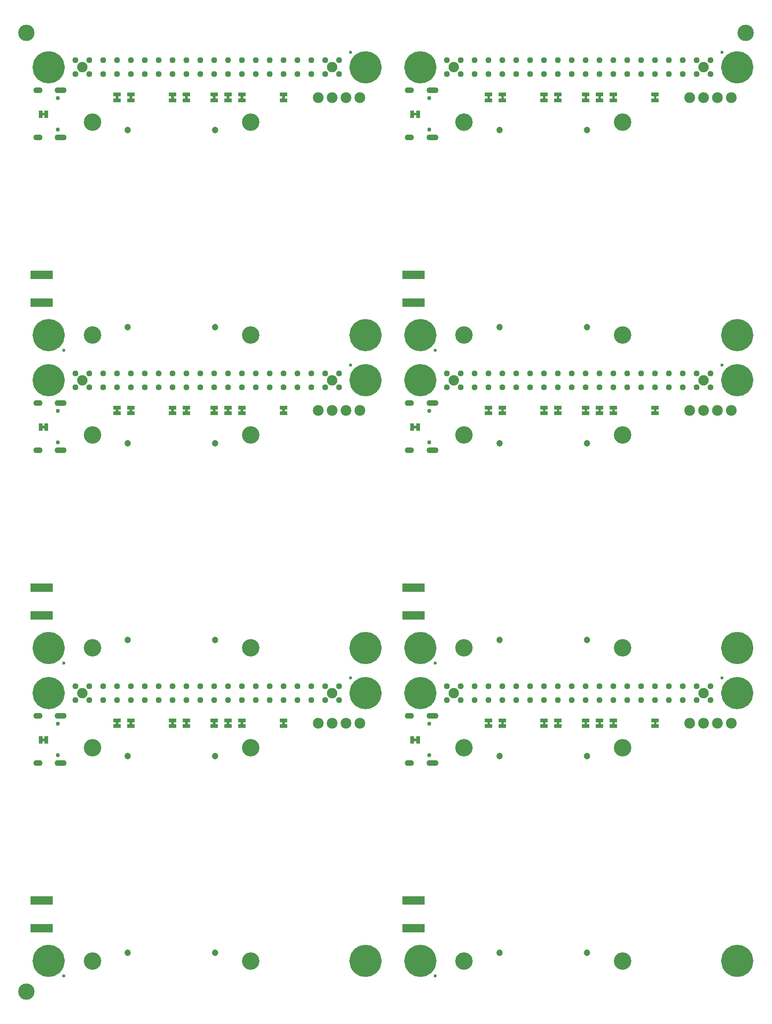
<source format=gbs>
%TF.GenerationSoftware,KiCad,Pcbnew,8.0.7*%
%TF.CreationDate,2025-01-21T13:01:44+00:00*%
%TF.ProjectId,SparkFun_GNSS_HAT+_panelized,53706172-6b46-4756-9e5f-474e53535f48,v10*%
%TF.SameCoordinates,Original*%
%TF.FileFunction,Soldermask,Bot*%
%TF.FilePolarity,Negative*%
%FSLAX46Y46*%
G04 Gerber Fmt 4.6, Leading zero omitted, Abs format (unit mm)*
G04 Created by KiCad (PCBNEW 8.0.7) date 2025-01-21 13:01:44*
%MOMM*%
%LPD*%
G01*
G04 APERTURE LIST*
G04 Aperture macros list*
%AMRoundRect*
0 Rectangle with rounded corners*
0 $1 Rounding radius*
0 $2 $3 $4 $5 $6 $7 $8 $9 X,Y pos of 4 corners*
0 Add a 4 corners polygon primitive as box body*
4,1,4,$2,$3,$4,$5,$6,$7,$8,$9,$2,$3,0*
0 Add four circle primitives for the rounded corners*
1,1,$1+$1,$2,$3*
1,1,$1+$1,$4,$5*
1,1,$1+$1,$6,$7*
1,1,$1+$1,$8,$9*
0 Add four rect primitives between the rounded corners*
20,1,$1+$1,$2,$3,$4,$5,0*
20,1,$1+$1,$4,$5,$6,$7,0*
20,1,$1+$1,$6,$7,$8,$9,0*
20,1,$1+$1,$8,$9,$2,$3,0*%
G04 Aperture macros list end*
%ADD10C,2.950000*%
%ADD11C,0.000000*%
%ADD12C,1.200000*%
%ADD13C,2.850000*%
%ADD14C,3.200000*%
%ADD15RoundRect,0.050000X2.000000X-0.750000X2.000000X0.750000X-2.000000X0.750000X-2.000000X-0.750000X0*%
%ADD16C,1.979600*%
%ADD17C,1.120000*%
%ADD18C,1.900000*%
%ADD19C,0.750000*%
%ADD20O,1.700000X1.100000*%
%ADD21O,2.200000X1.100000*%
%ADD22RoundRect,0.050000X0.635000X-0.330200X0.635000X0.330200X-0.635000X0.330200X-0.635000X-0.330200X0*%
%ADD23C,0.600000*%
%ADD24RoundRect,0.050000X-0.635000X0.330200X-0.635000X-0.330200X0.635000X-0.330200X0.635000X0.330200X0*%
%ADD25C,3.000000*%
%ADD26RoundRect,0.050000X0.330200X0.635000X-0.330200X0.635000X-0.330200X-0.635000X0.330200X-0.635000X0*%
G04 APERTURE END LIST*
%TO.C,ST6*%
D10*
X4975000Y60750000D02*
G75*
G02*
X2025000Y60750000I-1475000J0D01*
G01*
X2025000Y60750000D02*
G75*
G02*
X4975000Y60750000I1475000J0D01*
G01*
X4975000Y118000000D02*
G75*
G02*
X2025000Y118000000I-1475000J0D01*
G01*
X2025000Y118000000D02*
G75*
G02*
X4975000Y118000000I1475000J0D01*
G01*
X73015000Y118000000D02*
G75*
G02*
X70065000Y118000000I-1475000J0D01*
G01*
X70065000Y118000000D02*
G75*
G02*
X73015000Y118000000I1475000J0D01*
G01*
X73015000Y3500000D02*
G75*
G02*
X70065000Y3500000I-1475000J0D01*
G01*
X70065000Y3500000D02*
G75*
G02*
X73015000Y3500000I1475000J0D01*
G01*
X73015000Y60750000D02*
G75*
G02*
X70065000Y60750000I-1475000J0D01*
G01*
X70065000Y60750000D02*
G75*
G02*
X73015000Y60750000I1475000J0D01*
G01*
X4975000Y3500000D02*
G75*
G02*
X2025000Y3500000I-1475000J0D01*
G01*
X2025000Y3500000D02*
G75*
G02*
X4975000Y3500000I1475000J0D01*
G01*
%TO.C,ST5*%
X73015000Y52500000D02*
G75*
G02*
X70065000Y52500000I-1475000J0D01*
G01*
X70065000Y52500000D02*
G75*
G02*
X73015000Y52500000I1475000J0D01*
G01*
X4975000Y109750000D02*
G75*
G02*
X2025000Y109750000I-1475000J0D01*
G01*
X2025000Y109750000D02*
G75*
G02*
X4975000Y109750000I1475000J0D01*
G01*
X4975000Y167000000D02*
G75*
G02*
X2025000Y167000000I-1475000J0D01*
G01*
X2025000Y167000000D02*
G75*
G02*
X4975000Y167000000I1475000J0D01*
G01*
X73015000Y167000000D02*
G75*
G02*
X70065000Y167000000I-1475000J0D01*
G01*
X70065000Y167000000D02*
G75*
G02*
X73015000Y167000000I1475000J0D01*
G01*
X73015000Y109750000D02*
G75*
G02*
X70065000Y109750000I-1475000J0D01*
G01*
X70065000Y109750000D02*
G75*
G02*
X73015000Y109750000I1475000J0D01*
G01*
X4975000Y52500000D02*
G75*
G02*
X2025000Y52500000I-1475000J0D01*
G01*
X2025000Y52500000D02*
G75*
G02*
X4975000Y52500000I1475000J0D01*
G01*
%TO.C,ST7*%
X62975000Y60750000D02*
G75*
G02*
X60025000Y60750000I-1475000J0D01*
G01*
X60025000Y60750000D02*
G75*
G02*
X62975000Y60750000I1475000J0D01*
G01*
X62975000Y118000000D02*
G75*
G02*
X60025000Y118000000I-1475000J0D01*
G01*
X60025000Y118000000D02*
G75*
G02*
X62975000Y118000000I1475000J0D01*
G01*
X131015000Y3500000D02*
G75*
G02*
X128065000Y3500000I-1475000J0D01*
G01*
X128065000Y3500000D02*
G75*
G02*
X131015000Y3500000I1475000J0D01*
G01*
X131015000Y60750000D02*
G75*
G02*
X128065000Y60750000I-1475000J0D01*
G01*
X128065000Y60750000D02*
G75*
G02*
X131015000Y60750000I1475000J0D01*
G01*
X131015000Y118000000D02*
G75*
G02*
X128065000Y118000000I-1475000J0D01*
G01*
X128065000Y118000000D02*
G75*
G02*
X131015000Y118000000I1475000J0D01*
G01*
X62975000Y3500000D02*
G75*
G02*
X60025000Y3500000I-1475000J0D01*
G01*
X60025000Y3500000D02*
G75*
G02*
X62975000Y3500000I1475000J0D01*
G01*
%TO.C,ST8*%
X131015000Y52500000D02*
G75*
G02*
X128065000Y52500000I-1475000J0D01*
G01*
X128065000Y52500000D02*
G75*
G02*
X131015000Y52500000I1475000J0D01*
G01*
X131015000Y109750000D02*
G75*
G02*
X128065000Y109750000I-1475000J0D01*
G01*
X128065000Y109750000D02*
G75*
G02*
X131015000Y109750000I1475000J0D01*
G01*
X62975000Y167000000D02*
G75*
G02*
X60025000Y167000000I-1475000J0D01*
G01*
X60025000Y167000000D02*
G75*
G02*
X62975000Y167000000I1475000J0D01*
G01*
X131015000Y167000000D02*
G75*
G02*
X128065000Y167000000I-1475000J0D01*
G01*
X128065000Y167000000D02*
G75*
G02*
X131015000Y167000000I1475000J0D01*
G01*
X62975000Y109750000D02*
G75*
G02*
X60025000Y109750000I-1475000J0D01*
G01*
X60025000Y109750000D02*
G75*
G02*
X62975000Y109750000I1475000J0D01*
G01*
X62975000Y52500000D02*
G75*
G02*
X60025000Y52500000I-1475000J0D01*
G01*
X60025000Y52500000D02*
G75*
G02*
X62975000Y52500000I1475000J0D01*
G01*
D11*
%TO.C,JP5*%
G36*
X18782500Y103986000D02*
G01*
X18301500Y103986000D01*
X18301500Y104494000D01*
X18782500Y104494000D01*
X18782500Y103986000D01*
G37*
G36*
X86822500Y46736000D02*
G01*
X86341500Y46736000D01*
X86341500Y47244000D01*
X86822500Y47244000D01*
X86822500Y46736000D01*
G37*
G36*
X86822500Y103986000D02*
G01*
X86341500Y103986000D01*
X86341500Y104494000D01*
X86822500Y104494000D01*
X86822500Y103986000D01*
G37*
G36*
X18782500Y161236000D02*
G01*
X18301500Y161236000D01*
X18301500Y161744000D01*
X18782500Y161744000D01*
X18782500Y161236000D01*
G37*
G36*
X86822500Y161236000D02*
G01*
X86341500Y161236000D01*
X86341500Y161744000D01*
X86822500Y161744000D01*
X86822500Y161236000D01*
G37*
G36*
X18782500Y46736000D02*
G01*
X18301500Y46736000D01*
X18301500Y47244000D01*
X18782500Y47244000D01*
X18782500Y46736000D01*
G37*
%TO.C,JP4*%
G36*
X84282500Y103986000D02*
G01*
X83801500Y103986000D01*
X83801500Y104494000D01*
X84282500Y104494000D01*
X84282500Y103986000D01*
G37*
G36*
X16242500Y161236000D02*
G01*
X15761500Y161236000D01*
X15761500Y161744000D01*
X16242500Y161744000D01*
X16242500Y161236000D01*
G37*
G36*
X84282500Y161236000D02*
G01*
X83801500Y161236000D01*
X83801500Y161744000D01*
X84282500Y161744000D01*
X84282500Y161236000D01*
G37*
G36*
X16242500Y103986000D02*
G01*
X15761500Y103986000D01*
X15761500Y104494000D01*
X16242500Y104494000D01*
X16242500Y103986000D01*
G37*
G36*
X84282500Y46736000D02*
G01*
X83801500Y46736000D01*
X83801500Y47244000D01*
X84282500Y47244000D01*
X84282500Y46736000D01*
G37*
G36*
X16242500Y46736000D02*
G01*
X15761500Y46736000D01*
X15761500Y47244000D01*
X16242500Y47244000D01*
X16242500Y46736000D01*
G37*
%TO.C,JP9*%
G36*
X34022500Y161236000D02*
G01*
X33541500Y161236000D01*
X33541500Y161744000D01*
X34022500Y161744000D01*
X34022500Y161236000D01*
G37*
G36*
X34022500Y103986000D02*
G01*
X33541500Y103986000D01*
X33541500Y104494000D01*
X34022500Y104494000D01*
X34022500Y103986000D01*
G37*
G36*
X102062500Y46736000D02*
G01*
X101581500Y46736000D01*
X101581500Y47244000D01*
X102062500Y47244000D01*
X102062500Y46736000D01*
G37*
G36*
X102062500Y103986000D02*
G01*
X101581500Y103986000D01*
X101581500Y104494000D01*
X102062500Y104494000D01*
X102062500Y103986000D01*
G37*
G36*
X102062500Y161236000D02*
G01*
X101581500Y161236000D01*
X101581500Y161744000D01*
X102062500Y161744000D01*
X102062500Y161236000D01*
G37*
G36*
X34022500Y46736000D02*
G01*
X33541500Y46736000D01*
X33541500Y47244000D01*
X34022500Y47244000D01*
X34022500Y46736000D01*
G37*
%TO.C,JP7*%
G36*
X94442500Y46736000D02*
G01*
X93961500Y46736000D01*
X93961500Y47244000D01*
X94442500Y47244000D01*
X94442500Y46736000D01*
G37*
G36*
X26402500Y103986000D02*
G01*
X25921500Y103986000D01*
X25921500Y104494000D01*
X26402500Y104494000D01*
X26402500Y103986000D01*
G37*
G36*
X26402500Y161236000D02*
G01*
X25921500Y161236000D01*
X25921500Y161744000D01*
X26402500Y161744000D01*
X26402500Y161236000D01*
G37*
G36*
X94442500Y103986000D02*
G01*
X93961500Y103986000D01*
X93961500Y104494000D01*
X94442500Y104494000D01*
X94442500Y103986000D01*
G37*
G36*
X94442500Y161236000D02*
G01*
X93961500Y161236000D01*
X93961500Y161744000D01*
X94442500Y161744000D01*
X94442500Y161236000D01*
G37*
G36*
X26402500Y46736000D02*
G01*
X25921500Y46736000D01*
X25921500Y47244000D01*
X26402500Y47244000D01*
X26402500Y46736000D01*
G37*
%TO.C,JP18*%
G36*
X46722500Y103986000D02*
G01*
X46241500Y103986000D01*
X46241500Y104494000D01*
X46722500Y104494000D01*
X46722500Y103986000D01*
G37*
G36*
X114762500Y46736000D02*
G01*
X114281500Y46736000D01*
X114281500Y47244000D01*
X114762500Y47244000D01*
X114762500Y46736000D01*
G37*
G36*
X114762500Y161236000D02*
G01*
X114281500Y161236000D01*
X114281500Y161744000D01*
X114762500Y161744000D01*
X114762500Y161236000D01*
G37*
G36*
X46722500Y161236000D02*
G01*
X46241500Y161236000D01*
X46241500Y161744000D01*
X46722500Y161744000D01*
X46722500Y161236000D01*
G37*
G36*
X114762500Y103986000D02*
G01*
X114281500Y103986000D01*
X114281500Y104494000D01*
X114762500Y104494000D01*
X114762500Y103986000D01*
G37*
G36*
X46722500Y46736000D02*
G01*
X46241500Y46736000D01*
X46241500Y47244000D01*
X46722500Y47244000D01*
X46722500Y46736000D01*
G37*
%TO.C,JP3*%
G36*
X2794000Y43701500D02*
G01*
X2286000Y43701500D01*
X2286000Y44182500D01*
X2794000Y44182500D01*
X2794000Y43701500D01*
G37*
G36*
X2794000Y158201500D02*
G01*
X2286000Y158201500D01*
X2286000Y158682500D01*
X2794000Y158682500D01*
X2794000Y158201500D01*
G37*
G36*
X2794000Y100951500D02*
G01*
X2286000Y100951500D01*
X2286000Y101432500D01*
X2794000Y101432500D01*
X2794000Y100951500D01*
G37*
G36*
X70834000Y43701500D02*
G01*
X70326000Y43701500D01*
X70326000Y44182500D01*
X70834000Y44182500D01*
X70834000Y43701500D01*
G37*
G36*
X70834000Y100951500D02*
G01*
X70326000Y100951500D01*
X70326000Y101432500D01*
X70834000Y101432500D01*
X70834000Y100951500D01*
G37*
G36*
X70834000Y158201500D02*
G01*
X70326000Y158201500D01*
X70326000Y158682500D01*
X70834000Y158682500D01*
X70834000Y158201500D01*
G37*
%TO.C,JP8*%
G36*
X28942500Y46736000D02*
G01*
X28461500Y46736000D01*
X28461500Y47244000D01*
X28942500Y47244000D01*
X28942500Y46736000D01*
G37*
G36*
X96982500Y103986000D02*
G01*
X96501500Y103986000D01*
X96501500Y104494000D01*
X96982500Y104494000D01*
X96982500Y103986000D01*
G37*
G36*
X96982500Y46736000D02*
G01*
X96501500Y46736000D01*
X96501500Y47244000D01*
X96982500Y47244000D01*
X96982500Y46736000D01*
G37*
G36*
X28942500Y103986000D02*
G01*
X28461500Y103986000D01*
X28461500Y104494000D01*
X28942500Y104494000D01*
X28942500Y103986000D01*
G37*
G36*
X28942500Y161236000D02*
G01*
X28461500Y161236000D01*
X28461500Y161744000D01*
X28942500Y161744000D01*
X28942500Y161236000D01*
G37*
G36*
X96982500Y161236000D02*
G01*
X96501500Y161236000D01*
X96501500Y161744000D01*
X96982500Y161744000D01*
X96982500Y161236000D01*
G37*
%TO.C,JP13*%
G36*
X39102500Y46736000D02*
G01*
X38621500Y46736000D01*
X38621500Y47244000D01*
X39102500Y47244000D01*
X39102500Y46736000D01*
G37*
G36*
X39102500Y103986000D02*
G01*
X38621500Y103986000D01*
X38621500Y104494000D01*
X39102500Y104494000D01*
X39102500Y103986000D01*
G37*
G36*
X39102500Y161236000D02*
G01*
X38621500Y161236000D01*
X38621500Y161744000D01*
X39102500Y161744000D01*
X39102500Y161236000D01*
G37*
G36*
X107142500Y46736000D02*
G01*
X106661500Y46736000D01*
X106661500Y47244000D01*
X107142500Y47244000D01*
X107142500Y46736000D01*
G37*
G36*
X107142500Y161236000D02*
G01*
X106661500Y161236000D01*
X106661500Y161744000D01*
X107142500Y161744000D01*
X107142500Y161236000D01*
G37*
G36*
X107142500Y103986000D02*
G01*
X106661500Y103986000D01*
X106661500Y104494000D01*
X107142500Y104494000D01*
X107142500Y103986000D01*
G37*
%TO.C,JP14*%
G36*
X36562500Y46736000D02*
G01*
X36081500Y46736000D01*
X36081500Y47244000D01*
X36562500Y47244000D01*
X36562500Y46736000D01*
G37*
G36*
X104602500Y103986000D02*
G01*
X104121500Y103986000D01*
X104121500Y104494000D01*
X104602500Y104494000D01*
X104602500Y103986000D01*
G37*
G36*
X104602500Y46736000D02*
G01*
X104121500Y46736000D01*
X104121500Y47244000D01*
X104602500Y47244000D01*
X104602500Y46736000D01*
G37*
G36*
X36562500Y103986000D02*
G01*
X36081500Y103986000D01*
X36081500Y104494000D01*
X36562500Y104494000D01*
X36562500Y103986000D01*
G37*
G36*
X36562500Y161236000D02*
G01*
X36081500Y161236000D01*
X36081500Y161744000D01*
X36562500Y161744000D01*
X36562500Y161236000D01*
G37*
G36*
X104602500Y161236000D02*
G01*
X104121500Y161236000D01*
X104121500Y161744000D01*
X104602500Y161744000D01*
X104602500Y161236000D01*
G37*
%TD*%
D12*
%TO.C,J4*%
X18000000Y98250000D03*
X34000000Y98250000D03*
%TD*%
%TO.C,J4*%
X86040000Y98250000D03*
X102040000Y98250000D03*
%TD*%
%TO.C,J4*%
X18000000Y155500000D03*
X34000000Y155500000D03*
%TD*%
%TO.C,J4*%
X86040000Y155500000D03*
X102040000Y155500000D03*
%TD*%
%TO.C,J4*%
X86040000Y41000000D03*
X102040000Y41000000D03*
%TD*%
%TO.C,J4*%
X18000000Y41000000D03*
X34000000Y41000000D03*
%TD*%
D13*
%TO.C,ST6*%
X3500000Y60750000D03*
%TD*%
%TO.C,ST6*%
X3500000Y118000000D03*
%TD*%
%TO.C,ST6*%
X71540000Y118000000D03*
%TD*%
%TO.C,ST6*%
X71540000Y3500000D03*
%TD*%
%TO.C,ST6*%
X71540000Y60750000D03*
%TD*%
%TO.C,ST6*%
X3500000Y3500000D03*
%TD*%
D14*
%TO.C,ST2*%
X108540000Y42500000D03*
%TD*%
%TO.C,ST2*%
X40500000Y157000000D03*
%TD*%
%TO.C,ST2*%
X40500000Y99750000D03*
%TD*%
%TO.C,ST2*%
X108540000Y157000000D03*
%TD*%
%TO.C,ST2*%
X108540000Y99750000D03*
%TD*%
%TO.C,ST2*%
X40500000Y42500000D03*
%TD*%
D15*
%TO.C,J7*%
X70294000Y123960000D03*
X70294000Y129040000D03*
%TD*%
%TO.C,J7*%
X70294000Y66710000D03*
X70294000Y71790000D03*
%TD*%
%TO.C,J7*%
X2254000Y66710000D03*
X2254000Y71790000D03*
%TD*%
%TO.C,J7*%
X2254000Y123960000D03*
X2254000Y129040000D03*
%TD*%
%TO.C,J7*%
X70294000Y9460000D03*
X70294000Y14540000D03*
%TD*%
%TO.C,J7*%
X2254000Y9460000D03*
X2254000Y14540000D03*
%TD*%
D16*
%TO.C,RST.1*%
X120872000Y104240000D03*
%TD*%
%TO.C,RST.1*%
X52832000Y104240000D03*
%TD*%
%TO.C,RST.1*%
X52832000Y161490000D03*
%TD*%
%TO.C,RST.1*%
X120872000Y46990000D03*
%TD*%
%TO.C,RST.1*%
X120872000Y161490000D03*
%TD*%
%TO.C,RST.1*%
X52832000Y46990000D03*
%TD*%
%TO.C,GND.1*%
X60452000Y161490000D03*
%TD*%
%TO.C,GND.1*%
X60452000Y104240000D03*
%TD*%
%TO.C,GND.1*%
X128492000Y161490000D03*
%TD*%
%TO.C,GND.1*%
X128492000Y46990000D03*
%TD*%
%TO.C,GND.1*%
X128492000Y104240000D03*
%TD*%
%TO.C,GND.1*%
X60452000Y46990000D03*
%TD*%
D13*
%TO.C,ST5*%
X71540000Y52500000D03*
%TD*%
%TO.C,ST5*%
X3500000Y109750000D03*
%TD*%
%TO.C,ST5*%
X3500000Y167000000D03*
%TD*%
%TO.C,ST5*%
X71540000Y167000000D03*
%TD*%
%TO.C,ST5*%
X71540000Y109750000D03*
%TD*%
%TO.C,ST5*%
X3500000Y52500000D03*
%TD*%
D16*
%TO.C,WP.1*%
X55372000Y161490000D03*
%TD*%
%TO.C,WP.1*%
X123412000Y161490000D03*
%TD*%
%TO.C,WP.1*%
X55372000Y104240000D03*
%TD*%
%TO.C,WP.1*%
X123412000Y46990000D03*
%TD*%
%TO.C,WP.1*%
X123412000Y104240000D03*
%TD*%
%TO.C,WP.1*%
X55372000Y46990000D03*
%TD*%
D17*
%TO.C,J1*%
X76410000Y165730000D03*
X78950000Y165730000D03*
X81490000Y165730000D03*
X84030000Y165730000D03*
X86570000Y165730000D03*
X89110000Y165730000D03*
X91650000Y165730000D03*
X94190000Y165730000D03*
X96730000Y165730000D03*
X99270000Y165730000D03*
X101810000Y165730000D03*
X104350000Y165730000D03*
X106890000Y165730000D03*
X109430000Y165730000D03*
X111970000Y165730000D03*
X114510000Y165730000D03*
X117050000Y165730000D03*
X119590000Y165730000D03*
X122130000Y165730000D03*
X124670000Y165730000D03*
D18*
X77680000Y167000000D03*
X123400000Y167000000D03*
D17*
X76410000Y168270000D03*
X78950000Y168270000D03*
X81490000Y168270000D03*
X84030000Y168270000D03*
X86570000Y168270000D03*
X89110000Y168270000D03*
X91650000Y168270000D03*
X94190000Y168270000D03*
X96730000Y168270000D03*
X99270000Y168270000D03*
X101810000Y168270000D03*
X104350000Y168270000D03*
X106890000Y168270000D03*
X109430000Y168270000D03*
X111970000Y168270000D03*
X114510000Y168270000D03*
X117050000Y168270000D03*
X119590000Y168270000D03*
X122130000Y168270000D03*
X124670000Y168270000D03*
%TD*%
%TO.C,J1*%
X76410000Y51230000D03*
X78950000Y51230000D03*
X81490000Y51230000D03*
X84030000Y51230000D03*
X86570000Y51230000D03*
X89110000Y51230000D03*
X91650000Y51230000D03*
X94190000Y51230000D03*
X96730000Y51230000D03*
X99270000Y51230000D03*
X101810000Y51230000D03*
X104350000Y51230000D03*
X106890000Y51230000D03*
X109430000Y51230000D03*
X111970000Y51230000D03*
X114510000Y51230000D03*
X117050000Y51230000D03*
X119590000Y51230000D03*
X122130000Y51230000D03*
X124670000Y51230000D03*
D18*
X77680000Y52500000D03*
X123400000Y52500000D03*
D17*
X76410000Y53770000D03*
X78950000Y53770000D03*
X81490000Y53770000D03*
X84030000Y53770000D03*
X86570000Y53770000D03*
X89110000Y53770000D03*
X91650000Y53770000D03*
X94190000Y53770000D03*
X96730000Y53770000D03*
X99270000Y53770000D03*
X101810000Y53770000D03*
X104350000Y53770000D03*
X106890000Y53770000D03*
X109430000Y53770000D03*
X111970000Y53770000D03*
X114510000Y53770000D03*
X117050000Y53770000D03*
X119590000Y53770000D03*
X122130000Y53770000D03*
X124670000Y53770000D03*
%TD*%
%TO.C,J1*%
X76410000Y108480000D03*
X78950000Y108480000D03*
X81490000Y108480000D03*
X84030000Y108480000D03*
X86570000Y108480000D03*
X89110000Y108480000D03*
X91650000Y108480000D03*
X94190000Y108480000D03*
X96730000Y108480000D03*
X99270000Y108480000D03*
X101810000Y108480000D03*
X104350000Y108480000D03*
X106890000Y108480000D03*
X109430000Y108480000D03*
X111970000Y108480000D03*
X114510000Y108480000D03*
X117050000Y108480000D03*
X119590000Y108480000D03*
X122130000Y108480000D03*
X124670000Y108480000D03*
D18*
X77680000Y109750000D03*
X123400000Y109750000D03*
D17*
X76410000Y111020000D03*
X78950000Y111020000D03*
X81490000Y111020000D03*
X84030000Y111020000D03*
X86570000Y111020000D03*
X89110000Y111020000D03*
X91650000Y111020000D03*
X94190000Y111020000D03*
X96730000Y111020000D03*
X99270000Y111020000D03*
X101810000Y111020000D03*
X104350000Y111020000D03*
X106890000Y111020000D03*
X109430000Y111020000D03*
X111970000Y111020000D03*
X114510000Y111020000D03*
X117050000Y111020000D03*
X119590000Y111020000D03*
X122130000Y111020000D03*
X124670000Y111020000D03*
%TD*%
%TO.C,J1*%
X8370000Y165730000D03*
X10910000Y165730000D03*
X13450000Y165730000D03*
X15990000Y165730000D03*
X18530000Y165730000D03*
X21070000Y165730000D03*
X23610000Y165730000D03*
X26150000Y165730000D03*
X28690000Y165730000D03*
X31230000Y165730000D03*
X33770000Y165730000D03*
X36310000Y165730000D03*
X38850000Y165730000D03*
X41390000Y165730000D03*
X43930000Y165730000D03*
X46470000Y165730000D03*
X49010000Y165730000D03*
X51550000Y165730000D03*
X54090000Y165730000D03*
X56630000Y165730000D03*
D18*
X9640000Y167000000D03*
X55360000Y167000000D03*
D17*
X8370000Y168270000D03*
X10910000Y168270000D03*
X13450000Y168270000D03*
X15990000Y168270000D03*
X18530000Y168270000D03*
X21070000Y168270000D03*
X23610000Y168270000D03*
X26150000Y168270000D03*
X28690000Y168270000D03*
X31230000Y168270000D03*
X33770000Y168270000D03*
X36310000Y168270000D03*
X38850000Y168270000D03*
X41390000Y168270000D03*
X43930000Y168270000D03*
X46470000Y168270000D03*
X49010000Y168270000D03*
X51550000Y168270000D03*
X54090000Y168270000D03*
X56630000Y168270000D03*
%TD*%
%TO.C,J1*%
X8370000Y108480000D03*
X10910000Y108480000D03*
X13450000Y108480000D03*
X15990000Y108480000D03*
X18530000Y108480000D03*
X21070000Y108480000D03*
X23610000Y108480000D03*
X26150000Y108480000D03*
X28690000Y108480000D03*
X31230000Y108480000D03*
X33770000Y108480000D03*
X36310000Y108480000D03*
X38850000Y108480000D03*
X41390000Y108480000D03*
X43930000Y108480000D03*
X46470000Y108480000D03*
X49010000Y108480000D03*
X51550000Y108480000D03*
X54090000Y108480000D03*
X56630000Y108480000D03*
D18*
X9640000Y109750000D03*
X55360000Y109750000D03*
D17*
X8370000Y111020000D03*
X10910000Y111020000D03*
X13450000Y111020000D03*
X15990000Y111020000D03*
X18530000Y111020000D03*
X21070000Y111020000D03*
X23610000Y111020000D03*
X26150000Y111020000D03*
X28690000Y111020000D03*
X31230000Y111020000D03*
X33770000Y111020000D03*
X36310000Y111020000D03*
X38850000Y111020000D03*
X41390000Y111020000D03*
X43930000Y111020000D03*
X46470000Y111020000D03*
X49010000Y111020000D03*
X51550000Y111020000D03*
X54090000Y111020000D03*
X56630000Y111020000D03*
%TD*%
%TO.C,J1*%
X8370000Y51230000D03*
X10910000Y51230000D03*
X13450000Y51230000D03*
X15990000Y51230000D03*
X18530000Y51230000D03*
X21070000Y51230000D03*
X23610000Y51230000D03*
X26150000Y51230000D03*
X28690000Y51230000D03*
X31230000Y51230000D03*
X33770000Y51230000D03*
X36310000Y51230000D03*
X38850000Y51230000D03*
X41390000Y51230000D03*
X43930000Y51230000D03*
X46470000Y51230000D03*
X49010000Y51230000D03*
X51550000Y51230000D03*
X54090000Y51230000D03*
X56630000Y51230000D03*
D18*
X9640000Y52500000D03*
X55360000Y52500000D03*
D17*
X8370000Y53770000D03*
X10910000Y53770000D03*
X13450000Y53770000D03*
X15990000Y53770000D03*
X18530000Y53770000D03*
X21070000Y53770000D03*
X23610000Y53770000D03*
X26150000Y53770000D03*
X28690000Y53770000D03*
X31230000Y53770000D03*
X33770000Y53770000D03*
X36310000Y53770000D03*
X38850000Y53770000D03*
X41390000Y53770000D03*
X43930000Y53770000D03*
X46470000Y53770000D03*
X49010000Y53770000D03*
X51550000Y53770000D03*
X54090000Y53770000D03*
X56630000Y53770000D03*
%TD*%
D16*
%TO.C,3V3.1*%
X125952000Y104240000D03*
%TD*%
%TO.C,3V3.1*%
X57912000Y161490000D03*
%TD*%
%TO.C,3V3.1*%
X125952000Y46990000D03*
%TD*%
%TO.C,3V3.1*%
X57912000Y104240000D03*
%TD*%
%TO.C,3V3.1*%
X125952000Y161490000D03*
%TD*%
%TO.C,3V3.1*%
X57912000Y46990000D03*
%TD*%
D13*
%TO.C,ST7*%
X61500000Y60750000D03*
%TD*%
%TO.C,ST7*%
X61500000Y118000000D03*
%TD*%
%TO.C,ST7*%
X129540000Y3500000D03*
%TD*%
%TO.C,ST7*%
X129540000Y60750000D03*
%TD*%
%TO.C,ST7*%
X129540000Y118000000D03*
%TD*%
%TO.C,ST7*%
X61500000Y3500000D03*
%TD*%
D14*
%TO.C,ST4*%
X11500000Y60750000D03*
%TD*%
%TO.C,ST4*%
X79540000Y3500000D03*
%TD*%
%TO.C,ST4*%
X79540000Y60750000D03*
%TD*%
%TO.C,ST4*%
X79540000Y118000000D03*
%TD*%
%TO.C,ST4*%
X11500000Y118000000D03*
%TD*%
%TO.C,ST4*%
X11500000Y3500000D03*
%TD*%
%TO.C,ST3*%
X108540000Y118000000D03*
%TD*%
%TO.C,ST3*%
X40500000Y118000000D03*
%TD*%
%TO.C,ST3*%
X108540000Y3500000D03*
%TD*%
%TO.C,ST3*%
X108540000Y60750000D03*
%TD*%
%TO.C,ST3*%
X40500000Y60750000D03*
%TD*%
%TO.C,ST3*%
X40500000Y3500000D03*
%TD*%
D19*
%TO.C,J6*%
X5155000Y104140000D03*
X5155000Y98360000D03*
D20*
X1505000Y105568000D03*
D21*
X5685000Y105568000D03*
X5685000Y96932000D03*
D20*
X1505000Y96932000D03*
%TD*%
D19*
%TO.C,J6*%
X73195000Y161390000D03*
X73195000Y155610000D03*
D20*
X69545000Y162818000D03*
D21*
X73725000Y162818000D03*
X73725000Y154182000D03*
D20*
X69545000Y154182000D03*
%TD*%
D19*
%TO.C,J6*%
X5155000Y161390000D03*
X5155000Y155610000D03*
D20*
X1505000Y162818000D03*
D21*
X5685000Y162818000D03*
X5685000Y154182000D03*
D20*
X1505000Y154182000D03*
%TD*%
D19*
%TO.C,J6*%
X73195000Y46890000D03*
X73195000Y41110000D03*
D20*
X69545000Y48318000D03*
D21*
X73725000Y48318000D03*
X73725000Y39682000D03*
D20*
X69545000Y39682000D03*
%TD*%
D19*
%TO.C,J6*%
X73195000Y104140000D03*
X73195000Y98360000D03*
D20*
X69545000Y105568000D03*
D21*
X73725000Y105568000D03*
X73725000Y96932000D03*
D20*
X69545000Y96932000D03*
%TD*%
D19*
%TO.C,J6*%
X5155000Y46890000D03*
X5155000Y41110000D03*
D20*
X1505000Y48318000D03*
D21*
X5685000Y48318000D03*
X5685000Y39682000D03*
D20*
X1505000Y39682000D03*
%TD*%
D13*
%TO.C,ST8*%
X129540000Y52500000D03*
%TD*%
%TO.C,ST8*%
X129540000Y109750000D03*
%TD*%
%TO.C,ST8*%
X61500000Y167000000D03*
%TD*%
%TO.C,ST8*%
X129540000Y167000000D03*
%TD*%
%TO.C,ST8*%
X61500000Y109750000D03*
%TD*%
%TO.C,ST8*%
X61500000Y52500000D03*
%TD*%
D12*
%TO.C,J2*%
X86040000Y5000000D03*
X102040000Y5000000D03*
%TD*%
%TO.C,J2*%
X86040000Y119500000D03*
X102040000Y119500000D03*
%TD*%
%TO.C,J2*%
X18000000Y62250000D03*
X34000000Y62250000D03*
%TD*%
%TO.C,J2*%
X18000000Y119500000D03*
X34000000Y119500000D03*
%TD*%
%TO.C,J2*%
X86040000Y62250000D03*
X102040000Y62250000D03*
%TD*%
%TO.C,J2*%
X18000000Y5000000D03*
X34000000Y5000000D03*
%TD*%
D14*
%TO.C,ST1*%
X11500000Y99750000D03*
%TD*%
%TO.C,ST1*%
X11500000Y157000000D03*
%TD*%
%TO.C,ST1*%
X79540000Y99750000D03*
%TD*%
%TO.C,ST1*%
X79540000Y42500000D03*
%TD*%
%TO.C,ST1*%
X79540000Y157000000D03*
%TD*%
%TO.C,ST1*%
X11500000Y42500000D03*
%TD*%
D22*
%TO.C,JP5*%
X18542000Y103719300D03*
X18542000Y104760700D03*
%TD*%
%TO.C,JP5*%
X86582000Y46469300D03*
X86582000Y47510700D03*
%TD*%
%TO.C,JP5*%
X86582000Y103719300D03*
X86582000Y104760700D03*
%TD*%
%TO.C,JP5*%
X18542000Y160969300D03*
X18542000Y162010700D03*
%TD*%
%TO.C,JP5*%
X86582000Y160969300D03*
X86582000Y162010700D03*
%TD*%
%TO.C,JP5*%
X18542000Y46469300D03*
X18542000Y47510700D03*
%TD*%
%TO.C,JP4*%
X84042000Y103719300D03*
X84042000Y104760700D03*
%TD*%
%TO.C,JP4*%
X16002000Y160969300D03*
X16002000Y162010700D03*
%TD*%
%TO.C,JP4*%
X84042000Y160969300D03*
X84042000Y162010700D03*
%TD*%
%TO.C,JP4*%
X16002000Y103719300D03*
X16002000Y104760700D03*
%TD*%
%TO.C,JP4*%
X84042000Y46469300D03*
X84042000Y47510700D03*
%TD*%
%TO.C,JP4*%
X16002000Y46469300D03*
X16002000Y47510700D03*
%TD*%
D23*
%TO.C,FID3*%
X58750000Y112500000D03*
%TD*%
%TO.C,FID3*%
X126790000Y112500000D03*
%TD*%
%TO.C,FID3*%
X58750000Y169750000D03*
%TD*%
%TO.C,FID3*%
X126790000Y55250000D03*
%TD*%
%TO.C,FID3*%
X126790000Y169750000D03*
%TD*%
%TO.C,FID3*%
X58750000Y55250000D03*
%TD*%
D22*
%TO.C,JP9*%
X33782000Y160969300D03*
X33782000Y162010700D03*
%TD*%
%TO.C,JP9*%
X33782000Y103719300D03*
X33782000Y104760700D03*
%TD*%
%TO.C,JP9*%
X101822000Y46469300D03*
X101822000Y47510700D03*
%TD*%
%TO.C,JP9*%
X101822000Y103719300D03*
X101822000Y104760700D03*
%TD*%
%TO.C,JP9*%
X101822000Y160969300D03*
X101822000Y162010700D03*
%TD*%
%TO.C,JP9*%
X33782000Y46469300D03*
X33782000Y47510700D03*
%TD*%
D23*
%TO.C,FID2*%
X6250000Y115250000D03*
%TD*%
%TO.C,FID2*%
X6250000Y58000000D03*
%TD*%
%TO.C,FID2*%
X74290000Y58000000D03*
%TD*%
%TO.C,FID2*%
X74290000Y115250000D03*
%TD*%
%TO.C,FID2*%
X74290000Y750000D03*
%TD*%
%TO.C,FID2*%
X6250000Y750000D03*
%TD*%
D22*
%TO.C,JP7*%
X94202000Y46469300D03*
X94202000Y47510700D03*
%TD*%
%TO.C,JP7*%
X26162000Y103719300D03*
X26162000Y104760700D03*
%TD*%
%TO.C,JP7*%
X26162000Y160969300D03*
X26162000Y162010700D03*
%TD*%
%TO.C,JP7*%
X94202000Y103719300D03*
X94202000Y104760700D03*
%TD*%
%TO.C,JP7*%
X94202000Y160969300D03*
X94202000Y162010700D03*
%TD*%
%TO.C,JP7*%
X26162000Y46469300D03*
X26162000Y47510700D03*
%TD*%
D24*
%TO.C,JP18*%
X46482000Y104760700D03*
X46482000Y103719300D03*
%TD*%
%TO.C,JP18*%
X114522000Y47510700D03*
X114522000Y46469300D03*
%TD*%
%TO.C,JP18*%
X114522000Y162010700D03*
X114522000Y160969300D03*
%TD*%
%TO.C,JP18*%
X46482000Y162010700D03*
X46482000Y160969300D03*
%TD*%
%TO.C,JP18*%
X114522000Y104760700D03*
X114522000Y103719300D03*
%TD*%
%TO.C,JP18*%
X46482000Y47510700D03*
X46482000Y46469300D03*
%TD*%
D25*
%TO.C,*%
X-540000Y173337500D03*
%TD*%
D26*
%TO.C,JP3*%
X3060700Y43942000D03*
X2019300Y43942000D03*
%TD*%
%TO.C,JP3*%
X3060700Y158442000D03*
X2019300Y158442000D03*
%TD*%
%TO.C,JP3*%
X3060700Y101192000D03*
X2019300Y101192000D03*
%TD*%
%TO.C,JP3*%
X71100700Y43942000D03*
X70059300Y43942000D03*
%TD*%
%TO.C,JP3*%
X71100700Y101192000D03*
X70059300Y101192000D03*
%TD*%
%TO.C,JP3*%
X71100700Y158442000D03*
X70059300Y158442000D03*
%TD*%
D22*
%TO.C,JP8*%
X28702000Y46469300D03*
X28702000Y47510700D03*
%TD*%
%TO.C,JP8*%
X96742000Y103719300D03*
X96742000Y104760700D03*
%TD*%
%TO.C,JP8*%
X96742000Y46469300D03*
X96742000Y47510700D03*
%TD*%
%TO.C,JP8*%
X28702000Y103719300D03*
X28702000Y104760700D03*
%TD*%
%TO.C,JP8*%
X28702000Y160969300D03*
X28702000Y162010700D03*
%TD*%
%TO.C,JP8*%
X96742000Y160969300D03*
X96742000Y162010700D03*
%TD*%
D24*
%TO.C,JP13*%
X38862000Y47510700D03*
X38862000Y46469300D03*
%TD*%
%TO.C,JP13*%
X38862000Y104760700D03*
X38862000Y103719300D03*
%TD*%
%TO.C,JP13*%
X38862000Y162010700D03*
X38862000Y160969300D03*
%TD*%
%TO.C,JP13*%
X106902000Y47510700D03*
X106902000Y46469300D03*
%TD*%
%TO.C,JP13*%
X106902000Y162010700D03*
X106902000Y160969300D03*
%TD*%
%TO.C,JP13*%
X106902000Y104760700D03*
X106902000Y103719300D03*
%TD*%
%TO.C,JP14*%
X36322000Y47510700D03*
X36322000Y46469300D03*
%TD*%
%TO.C,JP14*%
X104362000Y104760700D03*
X104362000Y103719300D03*
%TD*%
%TO.C,JP14*%
X104362000Y47510700D03*
X104362000Y46469300D03*
%TD*%
%TO.C,JP14*%
X36322000Y104760700D03*
X36322000Y103719300D03*
%TD*%
%TO.C,JP14*%
X36322000Y162010700D03*
X36322000Y160969300D03*
%TD*%
%TO.C,JP14*%
X104362000Y162010700D03*
X104362000Y160969300D03*
%TD*%
D25*
%TO.C,*%
X131040000Y173337500D03*
%TD*%
%TO.C,*%
X-540000Y-2087500D03*
%TD*%
M02*

</source>
